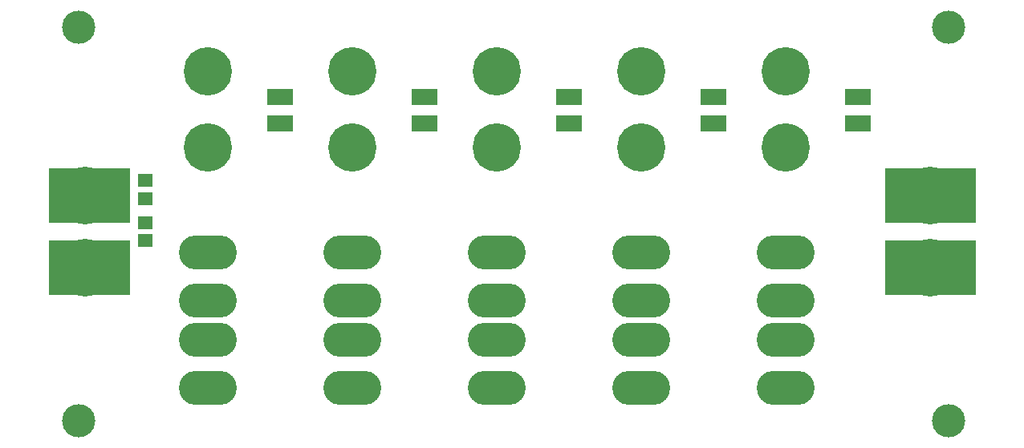
<source format=gts>
G04 DipTrace 2.4.0.2*
%INPowerPoleExpander.GTS*%
%MOMM*%
%ADD22C,3.5*%
%ADD27C,5.1*%
%ADD28O,6.1X3.6*%
%ADD29C,6.1*%
%ADD30R,1.6X1.4*%
%ADD31R,2.8X1.7*%
%FSLAX53Y53*%
G04*
G71*
G90*
G75*
G01*
%LNTopMask*%
%LPD*%
D31*
X25408Y35560D3*
Y38360D3*
X40648Y35560D3*
Y38360D3*
X55888Y35560D3*
Y38360D3*
X71128Y35560D3*
Y38360D3*
X86368Y35560D3*
Y38360D3*
D30*
X11120Y25083D3*
Y23183D3*
D22*
X4136Y45720D3*
Y4128D3*
X95893Y45720D3*
Y4128D3*
D29*
X93988Y27940D3*
Y20320D3*
X4770Y27940D3*
Y20320D3*
D30*
X11120Y27623D3*
Y29523D3*
D28*
X17788Y7620D3*
Y12720D3*
Y16820D3*
Y21920D3*
X33028Y7620D3*
Y12720D3*
Y16820D3*
Y21920D3*
X48268Y7620D3*
Y12720D3*
Y16820D3*
Y21920D3*
X63508Y7620D3*
Y12720D3*
Y16820D3*
Y21920D3*
X78748Y7620D3*
Y12720D3*
Y16820D3*
Y21920D3*
D27*
X17788Y33020D3*
Y41020D3*
X33028Y33020D3*
Y41020D3*
X48268Y33020D3*
Y41020D3*
X63508Y33020D3*
Y41020D3*
X78748Y33020D3*
Y41020D3*
G36*
X89225Y30798D2*
X98750D1*
Y25083D1*
X89225D1*
Y30798D1*
G37*
G36*
Y23178D2*
X98750D1*
Y17463D1*
X89225D1*
Y23178D1*
G37*
G36*
X960Y30798D2*
X9533D1*
Y25083D1*
X960D1*
Y30798D1*
G37*
G36*
Y23178D2*
X9533D1*
Y17463D1*
X960D1*
Y23178D1*
G37*
M02*

</source>
